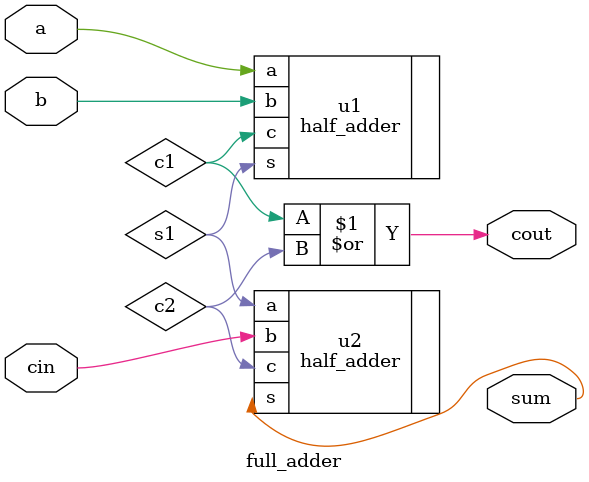
<source format=v>
module full_adder (
    input wire a, 
    input wire b, 
    input wire cin,
    output wire sum, 
    output wire cout
);
    wire c1, s1, c2;
    
    half_adder u1 (
        .a(a),
        .b(b),
        .s(s1),
        .c(c1)
    );
    
    half_adder u2 (
        .a(s1),
        .b(cin),
        .s(sum),
        .c(c2)
    );

    assign cout = c1 | c2;
endmodule

// Testbench
/*
module full_adder_tb;
    reg a;
    reg b;
    reg cin;
    wire sum;
    wire cout;

    full_adder uut (
        .a(a),
        .b(b),
        .cin(cin),
        .sum(sum),
        .cout(cout)
    );

    initial begin
        a = 0; b = 0; cin = 0;
        #10; a = 0; b = 0; cin = 1;
        #10; a = 0; b = 1; cin = 0;
        #10; a = 0; b = 1; cin = 1;
        #10; a = 1; b = 0; cin = 0;
        #10; a = 1; b = 0; cin = 1;
        #10; a = 1; b = 1; cin = 0;
        #10; a = 1; b = 1; cin = 1;
        #10; $finish;
    end

    initial begin
        // Monitor the signals
        $monitor("At time %t, a = %b, b = %b, cin = %b, sum = %b, cout = %b",
                 $time, a, b, cin, sum, cout);
    end
endmodule
*/
</source>
